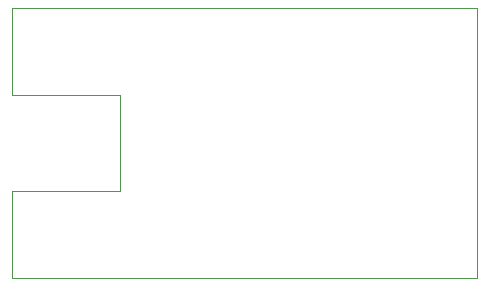
<source format=gbr>
G04 (created by PCBNEW (2013-06-11 BZR 4021)-stable) date Wed 19 Feb 2014 03:26:36 AM CST*
%MOIN*%
G04 Gerber Fmt 3.4, Leading zero omitted, Abs format*
%FSLAX34Y34*%
G01*
G70*
G90*
G04 APERTURE LIST*
%ADD10C,0.00590551*%
%ADD11C,0.00393701*%
G04 APERTURE END LIST*
G54D10*
G54D11*
X59700Y-71400D02*
X75200Y-71400D01*
X63300Y-68500D02*
X59700Y-68500D01*
X59700Y-68500D02*
X59700Y-71400D01*
X75200Y-62400D02*
X59700Y-62400D01*
X75200Y-62400D02*
X75200Y-71400D01*
X59700Y-65300D02*
X59700Y-62400D01*
X63300Y-65300D02*
X59700Y-65300D01*
X63300Y-65300D02*
X63300Y-68500D01*
M02*

</source>
